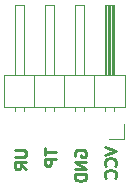
<source format=gbr>
%TF.GenerationSoftware,KiCad,Pcbnew,8.0.1*%
%TF.CreationDate,2024-05-02T10:16:12-03:00*%
%TF.ProjectId,Sdqf,53647166-2e6b-4696-9361-645f70636258,rev?*%
%TF.SameCoordinates,Original*%
%TF.FileFunction,Legend,Bot*%
%TF.FilePolarity,Positive*%
%FSLAX46Y46*%
G04 Gerber Fmt 4.6, Leading zero omitted, Abs format (unit mm)*
G04 Created by KiCad (PCBNEW 8.0.1) date 2024-05-02 10:16:12*
%MOMM*%
%LPD*%
G01*
G04 APERTURE LIST*
%ADD10C,0.250000*%
%ADD11C,0.120000*%
G04 APERTURE END LIST*
D10*
X147890869Y-93359711D02*
X148890869Y-93693044D01*
X148890869Y-93693044D02*
X147890869Y-94026377D01*
X148795630Y-94931139D02*
X148843250Y-94883520D01*
X148843250Y-94883520D02*
X148890869Y-94740663D01*
X148890869Y-94740663D02*
X148890869Y-94645425D01*
X148890869Y-94645425D02*
X148843250Y-94502568D01*
X148843250Y-94502568D02*
X148748011Y-94407330D01*
X148748011Y-94407330D02*
X148652773Y-94359711D01*
X148652773Y-94359711D02*
X148462297Y-94312092D01*
X148462297Y-94312092D02*
X148319440Y-94312092D01*
X148319440Y-94312092D02*
X148128964Y-94359711D01*
X148128964Y-94359711D02*
X148033726Y-94407330D01*
X148033726Y-94407330D02*
X147938488Y-94502568D01*
X147938488Y-94502568D02*
X147890869Y-94645425D01*
X147890869Y-94645425D02*
X147890869Y-94740663D01*
X147890869Y-94740663D02*
X147938488Y-94883520D01*
X147938488Y-94883520D02*
X147986107Y-94931139D01*
X148795630Y-95931139D02*
X148843250Y-95883520D01*
X148843250Y-95883520D02*
X148890869Y-95740663D01*
X148890869Y-95740663D02*
X148890869Y-95645425D01*
X148890869Y-95645425D02*
X148843250Y-95502568D01*
X148843250Y-95502568D02*
X148748011Y-95407330D01*
X148748011Y-95407330D02*
X148652773Y-95359711D01*
X148652773Y-95359711D02*
X148462297Y-95312092D01*
X148462297Y-95312092D02*
X148319440Y-95312092D01*
X148319440Y-95312092D02*
X148128964Y-95359711D01*
X148128964Y-95359711D02*
X148033726Y-95407330D01*
X148033726Y-95407330D02*
X147938488Y-95502568D01*
X147938488Y-95502568D02*
X147890869Y-95645425D01*
X147890869Y-95645425D02*
X147890869Y-95740663D01*
X147890869Y-95740663D02*
X147938488Y-95883520D01*
X147938488Y-95883520D02*
X147986107Y-95931139D01*
X145398488Y-94126377D02*
X145350869Y-94031139D01*
X145350869Y-94031139D02*
X145350869Y-93888282D01*
X145350869Y-93888282D02*
X145398488Y-93745425D01*
X145398488Y-93745425D02*
X145493726Y-93650187D01*
X145493726Y-93650187D02*
X145588964Y-93602568D01*
X145588964Y-93602568D02*
X145779440Y-93554949D01*
X145779440Y-93554949D02*
X145922297Y-93554949D01*
X145922297Y-93554949D02*
X146112773Y-93602568D01*
X146112773Y-93602568D02*
X146208011Y-93650187D01*
X146208011Y-93650187D02*
X146303250Y-93745425D01*
X146303250Y-93745425D02*
X146350869Y-93888282D01*
X146350869Y-93888282D02*
X146350869Y-93983520D01*
X146350869Y-93983520D02*
X146303250Y-94126377D01*
X146303250Y-94126377D02*
X146255630Y-94173996D01*
X146255630Y-94173996D02*
X145922297Y-94173996D01*
X145922297Y-94173996D02*
X145922297Y-93983520D01*
X146350869Y-94602568D02*
X145350869Y-94602568D01*
X145350869Y-94602568D02*
X146350869Y-95173996D01*
X146350869Y-95173996D02*
X145350869Y-95173996D01*
X146350869Y-95650187D02*
X145350869Y-95650187D01*
X145350869Y-95650187D02*
X145350869Y-95888282D01*
X145350869Y-95888282D02*
X145398488Y-96031139D01*
X145398488Y-96031139D02*
X145493726Y-96126377D01*
X145493726Y-96126377D02*
X145588964Y-96173996D01*
X145588964Y-96173996D02*
X145779440Y-96221615D01*
X145779440Y-96221615D02*
X145922297Y-96221615D01*
X145922297Y-96221615D02*
X146112773Y-96173996D01*
X146112773Y-96173996D02*
X146208011Y-96126377D01*
X146208011Y-96126377D02*
X146303250Y-96031139D01*
X146303250Y-96031139D02*
X146350869Y-95888282D01*
X146350869Y-95888282D02*
X146350869Y-95650187D01*
X140270869Y-93602568D02*
X141080392Y-93602568D01*
X141080392Y-93602568D02*
X141175630Y-93650187D01*
X141175630Y-93650187D02*
X141223250Y-93697806D01*
X141223250Y-93697806D02*
X141270869Y-93793044D01*
X141270869Y-93793044D02*
X141270869Y-93983520D01*
X141270869Y-93983520D02*
X141223250Y-94078758D01*
X141223250Y-94078758D02*
X141175630Y-94126377D01*
X141175630Y-94126377D02*
X141080392Y-94173996D01*
X141080392Y-94173996D02*
X140270869Y-94173996D01*
X141270869Y-95221615D02*
X140794678Y-94888282D01*
X141270869Y-94650187D02*
X140270869Y-94650187D01*
X140270869Y-94650187D02*
X140270869Y-95031139D01*
X140270869Y-95031139D02*
X140318488Y-95126377D01*
X140318488Y-95126377D02*
X140366107Y-95173996D01*
X140366107Y-95173996D02*
X140461345Y-95221615D01*
X140461345Y-95221615D02*
X140604202Y-95221615D01*
X140604202Y-95221615D02*
X140699440Y-95173996D01*
X140699440Y-95173996D02*
X140747059Y-95126377D01*
X140747059Y-95126377D02*
X140794678Y-95031139D01*
X140794678Y-95031139D02*
X140794678Y-94650187D01*
X142810869Y-93459711D02*
X142810869Y-94031139D01*
X143810869Y-93745425D02*
X142810869Y-93745425D01*
X143810869Y-94364473D02*
X142810869Y-94364473D01*
X142810869Y-94364473D02*
X142810869Y-94745425D01*
X142810869Y-94745425D02*
X142858488Y-94840663D01*
X142858488Y-94840663D02*
X142906107Y-94888282D01*
X142906107Y-94888282D02*
X143001345Y-94935901D01*
X143001345Y-94935901D02*
X143144202Y-94935901D01*
X143144202Y-94935901D02*
X143239440Y-94888282D01*
X143239440Y-94888282D02*
X143287059Y-94840663D01*
X143287059Y-94840663D02*
X143334678Y-94745425D01*
X143334678Y-94745425D02*
X143334678Y-94364473D01*
D11*
%TO.C,J5*%
X139350000Y-87275000D02*
X149630000Y-87275000D01*
X139350000Y-89935000D02*
X139350000Y-87275000D01*
X140300000Y-81275000D02*
X140300000Y-87275000D01*
X140300000Y-90332071D02*
X140300000Y-89935000D01*
X141060000Y-81275000D02*
X140300000Y-81275000D01*
X141060000Y-87275000D02*
X141060000Y-81275000D01*
X141060000Y-90332071D02*
X141060000Y-89935000D01*
X141950000Y-89935000D02*
X141950000Y-87275000D01*
X142840000Y-81275000D02*
X142840000Y-87275000D01*
X142840000Y-90332071D02*
X142840000Y-89935000D01*
X143600000Y-81275000D02*
X142840000Y-81275000D01*
X143600000Y-87275000D02*
X143600000Y-81275000D01*
X143600000Y-90332071D02*
X143600000Y-89935000D01*
X144490000Y-89935000D02*
X144490000Y-87275000D01*
X145380000Y-81275000D02*
X145380000Y-87275000D01*
X145380000Y-90332071D02*
X145380000Y-89935000D01*
X146140000Y-81275000D02*
X145380000Y-81275000D01*
X146140000Y-87275000D02*
X146140000Y-81275000D01*
X146140000Y-90332071D02*
X146140000Y-89935000D01*
X147030000Y-89935000D02*
X147030000Y-87275000D01*
X147920000Y-81275000D02*
X147920000Y-87275000D01*
X147920000Y-90265000D02*
X147920000Y-89935000D01*
X148020000Y-87275000D02*
X148020000Y-81275000D01*
X148140000Y-87275000D02*
X148140000Y-81275000D01*
X148260000Y-87275000D02*
X148260000Y-81275000D01*
X148300000Y-92645000D02*
X149570000Y-92645000D01*
X148380000Y-87275000D02*
X148380000Y-81275000D01*
X148500000Y-87275000D02*
X148500000Y-81275000D01*
X148620000Y-87275000D02*
X148620000Y-81275000D01*
X148680000Y-81275000D02*
X147920000Y-81275000D01*
X148680000Y-87275000D02*
X148680000Y-81275000D01*
X148680000Y-90265000D02*
X148680000Y-89935000D01*
X149570000Y-92645000D02*
X149570000Y-91375000D01*
X149630000Y-87275000D02*
X149630000Y-89935000D01*
X149630000Y-89935000D02*
X139350000Y-89935000D01*
%TD*%
M02*

</source>
